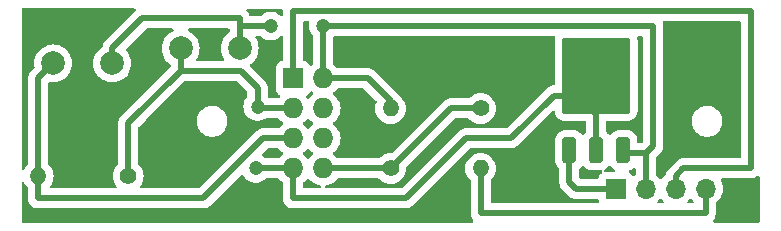
<source format=gbr>
G04 #@! TF.GenerationSoftware,KiCad,Pcbnew,8.0.6*
G04 #@! TF.CreationDate,2025-04-05T15:56:50+02:00*
G04 #@! TF.ProjectId,esp8266_adapter,65737038-3236-4365-9f61-646170746572,rev?*
G04 #@! TF.SameCoordinates,PX7df6180PY4509570*
G04 #@! TF.FileFunction,Copper,L2,Bot*
G04 #@! TF.FilePolarity,Positive*
%FSLAX46Y46*%
G04 Gerber Fmt 4.6, Leading zero omitted, Abs format (unit mm)*
G04 Created by KiCad (PCBNEW 8.0.6) date 2025-04-05 15:56:50*
%MOMM*%
%LPD*%
G01*
G04 APERTURE LIST*
G04 Aperture macros list*
%AMRoundRect*
0 Rectangle with rounded corners*
0 $1 Rounding radius*
0 $2 $3 $4 $5 $6 $7 $8 $9 X,Y pos of 4 corners*
0 Add a 4 corners polygon primitive as box body*
4,1,4,$2,$3,$4,$5,$6,$7,$8,$9,$2,$3,0*
0 Add four circle primitives for the rounded corners*
1,1,$1+$1,$2,$3*
1,1,$1+$1,$4,$5*
1,1,$1+$1,$6,$7*
1,1,$1+$1,$8,$9*
0 Add four rect primitives between the rounded corners*
20,1,$1+$1,$2,$3,$4,$5,0*
20,1,$1+$1,$4,$5,$6,$7,0*
20,1,$1+$1,$6,$7,$8,$9,0*
20,1,$1+$1,$8,$9,$2,$3,0*%
G04 Aperture macros list end*
G04 #@! TA.AperFunction,ComponentPad*
%ADD10C,1.400000*%
G04 #@! TD*
G04 #@! TA.AperFunction,ComponentPad*
%ADD11O,1.400000X1.400000*%
G04 #@! TD*
G04 #@! TA.AperFunction,ComponentPad*
%ADD12R,1.700000X1.700000*%
G04 #@! TD*
G04 #@! TA.AperFunction,ComponentPad*
%ADD13O,1.700000X1.700000*%
G04 #@! TD*
G04 #@! TA.AperFunction,ComponentPad*
%ADD14R,1.727200X1.727200*%
G04 #@! TD*
G04 #@! TA.AperFunction,ComponentPad*
%ADD15O,1.727200X1.727200*%
G04 #@! TD*
G04 #@! TA.AperFunction,ComponentPad*
%ADD16C,2.000000*%
G04 #@! TD*
G04 #@! TA.AperFunction,SMDPad,CuDef*
%ADD17RoundRect,0.250000X0.350000X-0.850000X0.350000X0.850000X-0.350000X0.850000X-0.350000X-0.850000X0*%
G04 #@! TD*
G04 #@! TA.AperFunction,SMDPad,CuDef*
%ADD18RoundRect,0.250000X1.125000X-1.275000X1.125000X1.275000X-1.125000X1.275000X-1.125000X-1.275000X0*%
G04 #@! TD*
G04 #@! TA.AperFunction,SMDPad,CuDef*
%ADD19RoundRect,0.249997X2.650003X-2.950003X2.650003X2.950003X-2.650003X2.950003X-2.650003X-2.950003X0*%
G04 #@! TD*
G04 #@! TA.AperFunction,ViaPad*
%ADD20C,1.200000*%
G04 #@! TD*
G04 #@! TA.AperFunction,Conductor*
%ADD21C,0.500000*%
G04 #@! TD*
G04 APERTURE END LIST*
D10*
G04 #@! TO.P,R2,1*
G04 #@! TO.N,Net-(U1-URXD)*
X-24130000Y-8890000D03*
D11*
G04 #@! TO.P,R2,2*
G04 #@! TO.N,/GND*
X-31750000Y-8890000D03*
G04 #@! TD*
D12*
G04 #@! TO.P,J1,1,Pin_1*
G04 #@! TO.N,/VCC*
X-12700000Y-15700000D03*
D13*
G04 #@! TO.P,J1,2,Pin_2*
G04 #@! TO.N,/GND*
X-10160000Y-15700000D03*
G04 #@! TO.P,J1,3,Pin_3*
G04 #@! TO.N,/RX*
X-7620000Y-15700000D03*
G04 #@! TO.P,J1,4,Pin_4*
G04 #@! TO.N,/TX*
X-5080000Y-15700000D03*
G04 #@! TD*
D10*
G04 #@! TO.P,R3,1*
G04 #@! TO.N,Net-(U1-CH_PD)*
X-53975000Y-14605000D03*
D11*
G04 #@! TO.P,R3,2*
G04 #@! TO.N,Net-(U1-RST)*
X-61595000Y-14605000D03*
G04 #@! TD*
D10*
G04 #@! TO.P,R1,1*
G04 #@! TO.N,Net-(U1-URXD)*
X-31750000Y-13970000D03*
D11*
G04 #@! TO.P,R1,2*
G04 #@! TO.N,/TX*
X-24130000Y-13970000D03*
G04 #@! TD*
D14*
G04 #@! TO.P,U1,1,UTXD*
G04 #@! TO.N,/RX*
X-40005000Y-6350000D03*
D15*
G04 #@! TO.P,U1,2,GND*
G04 #@! TO.N,/GND*
X-37465000Y-6350000D03*
G04 #@! TO.P,U1,3,CH_PD*
G04 #@! TO.N,Net-(U1-CH_PD)*
X-40005000Y-8890000D03*
G04 #@! TO.P,U1,4,GPIO2*
G04 #@! TO.N,unconnected-(U1-GPIO2-Pad4)*
X-37465000Y-8890000D03*
G04 #@! TO.P,U1,5,RST*
G04 #@! TO.N,Net-(U1-RST)*
X-40005000Y-11430000D03*
G04 #@! TO.P,U1,6,GPIO0*
G04 #@! TO.N,unconnected-(U1-GPIO0-Pad6)*
X-37465000Y-11430000D03*
G04 #@! TO.P,U1,7,VCC*
G04 #@! TO.N,Net-(U1-CH_PD)*
X-40005000Y-13970000D03*
G04 #@! TO.P,U1,8,URXD*
G04 #@! TO.N,Net-(U1-URXD)*
X-37465000Y-13970000D03*
G04 #@! TD*
D16*
G04 #@! TO.P,SW1,2,2*
G04 #@! TO.N,/GND*
X-55325000Y-5080000D03*
G04 #@! TO.P,SW1,1,1*
G04 #@! TO.N,Net-(U1-RST)*
X-60325000Y-5080000D03*
G04 #@! TD*
G04 #@! TO.P,C1,1*
G04 #@! TO.N,Net-(U1-CH_PD)*
X-49530000Y-3810000D03*
G04 #@! TO.P,C1,2*
G04 #@! TO.N,/GND*
X-44530000Y-3810000D03*
G04 #@! TD*
D17*
G04 #@! TO.P,U2,1,GND*
G04 #@! TO.N,/GND*
X-12070000Y-12420000D03*
G04 #@! TO.P,U2,2,VO*
G04 #@! TO.N,Net-(U1-CH_PD)*
X-14350000Y-12420000D03*
D18*
X-15875000Y-7795000D03*
X-12825000Y-7795000D03*
D19*
X-14350000Y-6120000D03*
D18*
X-15875000Y-4445000D03*
X-12825000Y-4445000D03*
D17*
G04 #@! TO.P,U2,3,VI*
G04 #@! TO.N,/VCC*
X-16630000Y-12420000D03*
G04 #@! TD*
D20*
G04 #@! TO.N,Net-(U1-CH_PD)*
X-43180000Y-13970000D03*
X-43021250Y-8731250D03*
G04 #@! TO.N,/GND*
X-41910000Y-1905000D03*
X-37465000Y-1905000D03*
G04 #@! TD*
D21*
G04 #@! TO.N,Net-(U1-CH_PD)*
X-43021250Y-8731250D02*
X-43021250Y-7143750D01*
X-43021250Y-7143750D02*
X-44450000Y-5715000D01*
X-44450000Y-5715000D02*
X-49530000Y-5715000D01*
G04 #@! TO.N,/GND*
X-55325000Y-5080000D02*
X-55325000Y-3810000D01*
X-55325000Y-3810000D02*
X-52785000Y-1270000D01*
X-52785000Y-1270000D02*
X-44530000Y-1270000D01*
X-44530000Y-1270000D02*
X-44530000Y-1905000D01*
G04 #@! TO.N,Net-(U1-RST)*
X-61595000Y-14605000D02*
X-61595000Y-6350000D01*
X-61595000Y-6350000D02*
X-60325000Y-5080000D01*
G04 #@! TO.N,Net-(U1-CH_PD)*
X-40005000Y-13970000D02*
X-40005000Y-16510000D01*
X-21590000Y-11430000D02*
X-17955000Y-7795000D01*
X-40005000Y-16510000D02*
X-30480000Y-16510000D01*
X-30480000Y-16510000D02*
X-25400000Y-11430000D01*
X-25400000Y-11430000D02*
X-21590000Y-11430000D01*
X-17955000Y-7795000D02*
X-15875000Y-7795000D01*
X-43180000Y-13970000D02*
X-40005000Y-13970000D01*
G04 #@! TO.N,Net-(U1-URXD)*
X-24130000Y-8890000D02*
X-26670000Y-8890000D01*
X-26670000Y-8890000D02*
X-31750000Y-13970000D01*
G04 #@! TO.N,/GND*
X-41910000Y-1905000D02*
X-44530000Y-1905000D01*
X-44530000Y-1905000D02*
X-44530000Y-3810000D01*
G04 #@! TO.N,Net-(U1-RST)*
X-47625000Y-16510000D02*
X-61595000Y-16510000D01*
X-61595000Y-16510000D02*
X-61595000Y-14605000D01*
X-40005000Y-11430000D02*
X-42545000Y-11430000D01*
X-42545000Y-11430000D02*
X-47625000Y-16510000D01*
G04 #@! TO.N,Net-(U1-CH_PD)*
X-40005000Y-8890000D02*
X-42862500Y-8890000D01*
X-42862500Y-8890000D02*
X-43021250Y-8731250D01*
X-53975000Y-14605000D02*
X-53975000Y-10160000D01*
X-53975000Y-10160000D02*
X-49530000Y-5715000D01*
X-49530000Y-5715000D02*
X-49530000Y-3810000D01*
X-14350000Y-12420000D02*
X-14350000Y-9320000D01*
X-14350000Y-9320000D02*
X-15875000Y-7795000D01*
G04 #@! TO.N,/GND*
X-31750000Y-8255000D02*
X-33655000Y-6350000D01*
X-33655000Y-6350000D02*
X-37465000Y-6350000D01*
G04 #@! TO.N,/RX*
X-7620000Y-15700000D02*
X-7620000Y-14605000D01*
X-6985000Y-13970000D02*
X-1270000Y-13970000D01*
X-40005000Y-635000D02*
X-40005000Y-6350000D01*
X-1270000Y-13970000D02*
X-1270000Y-635000D01*
X-1270000Y-635000D02*
X-40005000Y-635000D01*
X-7620000Y-14605000D02*
X-6985000Y-13970000D01*
G04 #@! TO.N,/GND*
X-37465000Y-6350000D02*
X-37465000Y-1905000D01*
X-37465000Y-1905000D02*
X-9525000Y-1905000D01*
X-9525000Y-12065000D02*
X-10160000Y-12700000D01*
X-9525000Y-1905000D02*
X-9525000Y-12065000D01*
X-10160000Y-15700000D02*
X-10160000Y-12700000D01*
X-10160000Y-12700000D02*
X-11790000Y-12700000D01*
X-11790000Y-12700000D02*
X-12070000Y-12420000D01*
G04 #@! TO.N,/VCC*
X-12700000Y-15700000D02*
X-16050000Y-15700000D01*
X-16630000Y-15120000D02*
X-16630000Y-12420000D01*
X-16050000Y-15700000D02*
X-16630000Y-15120000D01*
G04 #@! TO.N,/TX*
X-24130000Y-17780000D02*
X-5080000Y-17780000D01*
X-24130000Y-13970000D02*
X-24130000Y-17780000D01*
X-5080000Y-17780000D02*
X-5080000Y-15700000D01*
G04 #@! TO.N,Net-(U1-URXD)*
X-37465000Y-13970000D02*
X-31750000Y-13970000D01*
G04 #@! TD*
G04 #@! TA.AperFunction,NonConductor*
G36*
X-40979329Y-444032D02*
G01*
X-40912317Y-463809D01*
X-40866635Y-516676D01*
X-40855500Y-568032D01*
X-40855500Y-960997D01*
X-40875185Y-1028036D01*
X-40927989Y-1073791D01*
X-40997147Y-1083735D01*
X-41060703Y-1054710D01*
X-41063038Y-1052634D01*
X-41183438Y-942876D01*
X-41183440Y-942874D01*
X-41372596Y-825754D01*
X-41372602Y-825752D01*
X-41580060Y-745382D01*
X-41798757Y-704500D01*
X-42021243Y-704500D01*
X-42239940Y-745382D01*
X-42371136Y-796207D01*
X-42447399Y-825752D01*
X-42447405Y-825754D01*
X-42636561Y-942874D01*
X-42636563Y-942876D01*
X-42723508Y-1022137D01*
X-42786312Y-1052754D01*
X-42807046Y-1054500D01*
X-43615834Y-1054500D01*
X-43682873Y-1034815D01*
X-43728628Y-982011D01*
X-43730395Y-977953D01*
X-43776296Y-867139D01*
X-43869374Y-727837D01*
X-43945464Y-651747D01*
X-43978949Y-590424D01*
X-43973965Y-520732D01*
X-43932093Y-464799D01*
X-43866629Y-440382D01*
X-43857619Y-440066D01*
X-40979329Y-444032D01*
G37*
G04 #@! TD.AperFunction*
G04 #@! TA.AperFunction,NonConductor*
G36*
X-45437461Y-2140185D02*
G01*
X-45391706Y-2192989D01*
X-45380500Y-2244500D01*
X-45380500Y-2384632D01*
X-45400185Y-2451671D01*
X-45439708Y-2490358D01*
X-45473653Y-2511159D01*
X-45473662Y-2511166D01*
X-45665224Y-2674776D01*
X-45828839Y-2866343D01*
X-45828840Y-2866346D01*
X-45960467Y-3081140D01*
X-46056874Y-3313889D01*
X-46115683Y-3558848D01*
X-46135449Y-3810000D01*
X-46115683Y-4061151D01*
X-46056874Y-4306110D01*
X-45960467Y-4538859D01*
X-45876604Y-4675710D01*
X-45858359Y-4743156D01*
X-45879475Y-4809758D01*
X-45933247Y-4854372D01*
X-45982331Y-4864500D01*
X-48077669Y-4864500D01*
X-48144708Y-4844815D01*
X-48190463Y-4792011D01*
X-48200407Y-4722853D01*
X-48183396Y-4675710D01*
X-48099534Y-4538859D01*
X-48003127Y-4306110D01*
X-47944317Y-4061148D01*
X-47924551Y-3810000D01*
X-47944317Y-3558852D01*
X-48003127Y-3313889D01*
X-48022202Y-3267838D01*
X-48099534Y-3081140D01*
X-48231161Y-2866346D01*
X-48231162Y-2866343D01*
X-48305457Y-2779355D01*
X-48394776Y-2674776D01*
X-48552940Y-2539691D01*
X-48586344Y-2511161D01*
X-48586347Y-2511160D01*
X-48801142Y-2379533D01*
X-48801145Y-2379531D01*
X-48850566Y-2359061D01*
X-48904970Y-2315220D01*
X-48927035Y-2248926D01*
X-48909756Y-2181227D01*
X-48858619Y-2133616D01*
X-48803114Y-2120500D01*
X-45504500Y-2120500D01*
X-45437461Y-2140185D01*
G37*
G04 #@! TD.AperFunction*
G04 #@! TA.AperFunction,NonConductor*
G36*
X-38690952Y-1505185D02*
G01*
X-38645197Y-1557989D01*
X-38635253Y-1627147D01*
X-38638723Y-1643422D01*
X-38646623Y-1671188D01*
X-38650116Y-1683466D01*
X-38670643Y-1904999D01*
X-38670643Y-1905000D01*
X-38650116Y-2126535D01*
X-38650115Y-2126537D01*
X-38589231Y-2340523D01*
X-38589225Y-2340538D01*
X-38490062Y-2539683D01*
X-38490057Y-2539691D01*
X-38355982Y-2717235D01*
X-38355972Y-2717244D01*
X-38355968Y-2717250D01*
X-38352118Y-2721474D01*
X-38352944Y-2722226D01*
X-38319684Y-2776951D01*
X-38315500Y-2808890D01*
X-38315500Y-5096040D01*
X-38335185Y-5163079D01*
X-38363338Y-5193894D01*
X-38423380Y-5240626D01*
X-38488374Y-5266268D01*
X-38556914Y-5252701D01*
X-38607239Y-5204233D01*
X-38614103Y-5190224D01*
X-38616863Y-5183561D01*
X-38616864Y-5183560D01*
X-38616864Y-5183559D01*
X-38713118Y-5058118D01*
X-38838559Y-4961864D01*
X-38984638Y-4901356D01*
X-39003691Y-4898847D01*
X-39046686Y-4893187D01*
X-39110582Y-4864920D01*
X-39149053Y-4806595D01*
X-39154500Y-4770248D01*
X-39154500Y-1609500D01*
X-39134815Y-1542461D01*
X-39082011Y-1496706D01*
X-39030500Y-1485500D01*
X-38757991Y-1485500D01*
X-38690952Y-1505185D01*
G37*
G04 #@! TD.AperFunction*
G04 #@! TA.AperFunction,NonConductor*
G36*
X-40930847Y-2734945D02*
G01*
X-40876907Y-2779355D01*
X-40855539Y-2845877D01*
X-40855500Y-2849002D01*
X-40855500Y-4770248D01*
X-40875185Y-4837287D01*
X-40927989Y-4883042D01*
X-40963315Y-4893187D01*
X-41025355Y-4901354D01*
X-41025363Y-4901356D01*
X-41171440Y-4961863D01*
X-41296882Y-5058118D01*
X-41393137Y-5183560D01*
X-41453644Y-5329637D01*
X-41453645Y-5329639D01*
X-41469099Y-5447029D01*
X-41469100Y-5447045D01*
X-41469100Y-7252963D01*
X-41453647Y-7370353D01*
X-41453644Y-7370362D01*
X-41395896Y-7509779D01*
X-41393136Y-7516441D01*
X-41296882Y-7641882D01*
X-41171441Y-7738136D01*
X-41164027Y-7741207D01*
X-41109624Y-7785046D01*
X-41087558Y-7851340D01*
X-41104836Y-7919040D01*
X-41120248Y-7939749D01*
X-41164340Y-7987647D01*
X-41167464Y-7991661D01*
X-41224174Y-8032475D01*
X-41265318Y-8039500D01*
X-41977538Y-8039500D01*
X-42044577Y-8019815D01*
X-42076490Y-7990229D01*
X-42130269Y-7919014D01*
X-42130292Y-7918993D01*
X-42130299Y-7918982D01*
X-42134132Y-7914777D01*
X-42133310Y-7914026D01*
X-42166570Y-7859284D01*
X-42170750Y-7827360D01*
X-42170750Y-7059982D01*
X-42170751Y-7059978D01*
X-42203433Y-6895675D01*
X-42203434Y-6895668D01*
X-42231868Y-6827022D01*
X-42250285Y-6782558D01*
X-42267543Y-6740893D01*
X-42267550Y-6740880D01*
X-42360623Y-6601588D01*
X-42360626Y-6601584D01*
X-43640690Y-5321521D01*
X-43674175Y-5260198D01*
X-43669191Y-5190506D01*
X-43627319Y-5134573D01*
X-43617815Y-5128122D01*
X-43586341Y-5108836D01*
X-43394776Y-4945224D01*
X-43231164Y-4753659D01*
X-43099534Y-4538859D01*
X-43003127Y-4306111D01*
X-42944317Y-4061148D01*
X-42924551Y-3810000D01*
X-42944317Y-3558852D01*
X-43003127Y-3313889D01*
X-43022202Y-3267838D01*
X-43099534Y-3081140D01*
X-43183396Y-2944290D01*
X-43201641Y-2876844D01*
X-43180525Y-2810242D01*
X-43126753Y-2765628D01*
X-43077669Y-2755500D01*
X-42807046Y-2755500D01*
X-42740007Y-2775185D01*
X-42723508Y-2787863D01*
X-42636563Y-2867123D01*
X-42636561Y-2867125D01*
X-42447405Y-2984245D01*
X-42447404Y-2984245D01*
X-42447401Y-2984247D01*
X-42239940Y-3064618D01*
X-42021243Y-3105500D01*
X-42021241Y-3105500D01*
X-41798759Y-3105500D01*
X-41798757Y-3105500D01*
X-41580060Y-3064618D01*
X-41372599Y-2984247D01*
X-41183438Y-2867124D01*
X-41063038Y-2757365D01*
X-41000234Y-2726748D01*
X-40930847Y-2734945D01*
G37*
G04 #@! TD.AperFunction*
G04 #@! TA.AperFunction,NonConductor*
G36*
X-38436274Y-7450581D02*
G01*
X-38423385Y-7459368D01*
X-38382290Y-7491354D01*
X-38342728Y-7522147D01*
X-38301915Y-7578858D01*
X-38298242Y-7648631D01*
X-38332873Y-7709314D01*
X-38342728Y-7717853D01*
X-38460005Y-7809133D01*
X-38460010Y-7809138D01*
X-38624340Y-7987647D01*
X-38624341Y-7987649D01*
X-38631193Y-7998137D01*
X-38684340Y-8043492D01*
X-38753571Y-8052914D01*
X-38816907Y-8023411D01*
X-38838807Y-7998137D01*
X-38845659Y-7987649D01*
X-38845663Y-7987645D01*
X-38845666Y-7987640D01*
X-38889752Y-7939750D01*
X-38920674Y-7877096D01*
X-38912814Y-7807670D01*
X-38868666Y-7753514D01*
X-38845976Y-7741208D01*
X-38838559Y-7738136D01*
X-38713118Y-7641882D01*
X-38616864Y-7516441D01*
X-38614103Y-7509775D01*
X-38570267Y-7455374D01*
X-38503975Y-7433305D01*
X-38436274Y-7450581D01*
G37*
G04 #@! TD.AperFunction*
G04 #@! TA.AperFunction,NonConductor*
G36*
X-38653098Y-9756585D02*
G01*
X-38631193Y-9781863D01*
X-38624341Y-9792351D01*
X-38460007Y-9970865D01*
X-38451532Y-9977461D01*
X-38342728Y-10062147D01*
X-38301915Y-10118858D01*
X-38298242Y-10188631D01*
X-38332873Y-10249314D01*
X-38342728Y-10257853D01*
X-38460005Y-10349133D01*
X-38460010Y-10349138D01*
X-38624340Y-10527647D01*
X-38624341Y-10527649D01*
X-38631193Y-10538137D01*
X-38684340Y-10583492D01*
X-38753571Y-10592914D01*
X-38816907Y-10563411D01*
X-38838807Y-10538137D01*
X-38845659Y-10527649D01*
X-39009993Y-10349135D01*
X-39044159Y-10322543D01*
X-39127272Y-10257853D01*
X-39168085Y-10201143D01*
X-39171760Y-10131370D01*
X-39137128Y-10070687D01*
X-39127272Y-10062147D01*
X-39073852Y-10020568D01*
X-39009993Y-9970865D01*
X-38845659Y-9792351D01*
X-38838810Y-9781866D01*
X-38785666Y-9736510D01*
X-38716435Y-9727085D01*
X-38653098Y-9756585D01*
G37*
G04 #@! TD.AperFunction*
G04 #@! TA.AperFunction,NonConductor*
G36*
X-10432461Y-2775185D02*
G01*
X-10386706Y-2827989D01*
X-10375500Y-2879500D01*
X-10375500Y-11661349D01*
X-10395185Y-11728388D01*
X-10411819Y-11749030D01*
X-10475970Y-11813181D01*
X-10537293Y-11846666D01*
X-10563651Y-11849500D01*
X-10745500Y-11849500D01*
X-10812539Y-11829815D01*
X-10858294Y-11777011D01*
X-10869500Y-11725500D01*
X-10869500Y-11496048D01*
X-10869500Y-11496046D01*
X-10872317Y-11454505D01*
X-10878413Y-11429994D01*
X-10914347Y-11285500D01*
X-10916963Y-11274979D01*
X-10999158Y-11109247D01*
X-11049055Y-11047173D01*
X-11115060Y-10965059D01*
X-11244529Y-10860989D01*
X-11259247Y-10849158D01*
X-11259249Y-10849157D01*
X-11259250Y-10849156D01*
X-11424977Y-10766964D01*
X-11424979Y-10766963D01*
X-11604503Y-10722317D01*
X-11604499Y-10722317D01*
X-11635661Y-10720204D01*
X-11646046Y-10719500D01*
X-12493954Y-10719500D01*
X-12505823Y-10720304D01*
X-12535500Y-10722317D01*
X-12715022Y-10766963D01*
X-12715024Y-10766964D01*
X-12880751Y-10849156D01*
X-13024944Y-10965062D01*
X-13113355Y-11075049D01*
X-13170698Y-11114968D01*
X-13240521Y-11117547D01*
X-13300653Y-11081967D01*
X-13306640Y-11075058D01*
X-13395060Y-10965060D01*
X-13410090Y-10952978D01*
X-13453189Y-10918333D01*
X-13493107Y-10860989D01*
X-13499500Y-10821687D01*
X-13499500Y-10044500D01*
X-13479815Y-9977461D01*
X-13427011Y-9931706D01*
X-13375500Y-9920500D01*
X-11626046Y-9920500D01*
X-11626044Y-9920500D01*
X-11584503Y-9917683D01*
X-11404977Y-9873037D01*
X-11239246Y-9790842D01*
X-11095059Y-9674941D01*
X-10979158Y-9530754D01*
X-10896963Y-9365023D01*
X-10852317Y-9185497D01*
X-10849500Y-9143956D01*
X-10849500Y-3096044D01*
X-10852317Y-3054503D01*
X-10888396Y-2909425D01*
X-10885472Y-2839618D01*
X-10845271Y-2782471D01*
X-10780557Y-2756131D01*
X-10768061Y-2755500D01*
X-10499500Y-2755500D01*
X-10432461Y-2775185D01*
G37*
G04 #@! TD.AperFunction*
G04 #@! TA.AperFunction,NonConductor*
G36*
X-41198279Y-12300185D02*
G01*
X-41167464Y-12328339D01*
X-41164346Y-12332346D01*
X-41164341Y-12332351D01*
X-41000007Y-12510865D01*
X-40941090Y-12556722D01*
X-40882728Y-12602147D01*
X-40841915Y-12658858D01*
X-40838242Y-12728631D01*
X-40872873Y-12789314D01*
X-40882728Y-12797853D01*
X-41000005Y-12889133D01*
X-41000010Y-12889138D01*
X-41164346Y-13067653D01*
X-41167464Y-13071661D01*
X-41224174Y-13112475D01*
X-41265318Y-13119500D01*
X-42282954Y-13119500D01*
X-42349993Y-13099815D01*
X-42366492Y-13087137D01*
X-42453437Y-13007877D01*
X-42453438Y-13007876D01*
X-42608542Y-12911840D01*
X-42655177Y-12859812D01*
X-42666281Y-12790830D01*
X-42638328Y-12726796D01*
X-42630959Y-12718746D01*
X-42229030Y-12316819D01*
X-42167707Y-12283334D01*
X-42141349Y-12280500D01*
X-41265318Y-12280500D01*
X-41198279Y-12300185D01*
G37*
G04 #@! TD.AperFunction*
G04 #@! TA.AperFunction,NonConductor*
G36*
X-38653098Y-12296585D02*
G01*
X-38631193Y-12321863D01*
X-38624341Y-12332351D01*
X-38460007Y-12510865D01*
X-38401090Y-12556722D01*
X-38342728Y-12602147D01*
X-38301915Y-12658858D01*
X-38298242Y-12728631D01*
X-38332873Y-12789314D01*
X-38342728Y-12797853D01*
X-38460005Y-12889133D01*
X-38460010Y-12889138D01*
X-38624340Y-13067647D01*
X-38624341Y-13067649D01*
X-38631193Y-13078137D01*
X-38684340Y-13123492D01*
X-38753571Y-13132914D01*
X-38816907Y-13103411D01*
X-38838807Y-13078137D01*
X-38845659Y-13067649D01*
X-39009993Y-12889135D01*
X-39047667Y-12859812D01*
X-39127272Y-12797853D01*
X-39168085Y-12741143D01*
X-39171760Y-12671370D01*
X-39137128Y-12610687D01*
X-39127272Y-12602147D01*
X-39090904Y-12573839D01*
X-39009993Y-12510865D01*
X-38845659Y-12332351D01*
X-38838810Y-12321866D01*
X-38785666Y-12276510D01*
X-38716435Y-12267085D01*
X-38653098Y-12296585D01*
G37*
G04 #@! TD.AperFunction*
G04 #@! TA.AperFunction,NonConductor*
G36*
X-13119349Y-13758029D02*
G01*
X-13113359Y-13764943D01*
X-13112621Y-13765861D01*
X-13024943Y-13874938D01*
X-12886132Y-13986518D01*
X-12880753Y-13990842D01*
X-12833228Y-14014412D01*
X-12781915Y-14061832D01*
X-12764385Y-14129467D01*
X-12786204Y-14195842D01*
X-12840445Y-14239884D01*
X-12888322Y-14249500D01*
X-13531679Y-14249500D01*
X-13598718Y-14229815D01*
X-13644473Y-14177011D01*
X-13654417Y-14107853D01*
X-13625392Y-14044297D01*
X-13586774Y-14014412D01*
X-13539247Y-13990842D01*
X-13395060Y-13874940D01*
X-13395057Y-13874937D01*
X-13307379Y-13765861D01*
X-13306647Y-13764949D01*
X-13249304Y-13725031D01*
X-13179482Y-13722451D01*
X-13119349Y-13758029D01*
G37*
G04 #@! TD.AperFunction*
G04 #@! TA.AperFunction,NonConductor*
G36*
X-11078860Y-13938845D02*
G01*
X-11027781Y-13986518D01*
X-11010500Y-14049661D01*
X-11010500Y-14463274D01*
X-11030185Y-14530313D01*
X-11058338Y-14561128D01*
X-11127526Y-14614979D01*
X-11192520Y-14640621D01*
X-11261060Y-14627054D01*
X-11311385Y-14578586D01*
X-11318249Y-14564577D01*
X-11325463Y-14547161D01*
X-11325464Y-14547160D01*
X-11325464Y-14547159D01*
X-11421718Y-14421718D01*
X-11535088Y-14334726D01*
X-11547164Y-14325460D01*
X-11549940Y-14323858D01*
X-11551815Y-14321892D01*
X-11553608Y-14320516D01*
X-11553394Y-14320236D01*
X-11598156Y-14273291D01*
X-11611379Y-14204684D01*
X-11585411Y-14139819D01*
X-11528496Y-14099291D01*
X-11517879Y-14096140D01*
X-11424979Y-14073037D01*
X-11259247Y-13990842D01*
X-11233320Y-13970001D01*
X-11212188Y-13953015D01*
X-11147604Y-13926355D01*
X-11078860Y-13938845D01*
G37*
G04 #@! TD.AperFunction*
G04 #@! TA.AperFunction,NonConductor*
G36*
X-15399349Y-13758029D02*
G01*
X-15393359Y-13764943D01*
X-15392621Y-13765861D01*
X-15304943Y-13874938D01*
X-15304938Y-13874942D01*
X-15160753Y-13990842D01*
X-14995021Y-14073037D01*
X-14815499Y-14117682D01*
X-14815498Y-14117682D01*
X-14815495Y-14117683D01*
X-14773954Y-14120500D01*
X-14773952Y-14120500D01*
X-13951019Y-14120500D01*
X-13883980Y-14140185D01*
X-13838225Y-14192989D01*
X-13828281Y-14262147D01*
X-13857306Y-14325703D01*
X-13875529Y-14342872D01*
X-13971478Y-14416497D01*
X-13978282Y-14421718D01*
X-14074537Y-14547160D01*
X-14135044Y-14693237D01*
X-14135045Y-14693239D01*
X-14141422Y-14741685D01*
X-14169688Y-14805582D01*
X-14228013Y-14844053D01*
X-14264361Y-14849500D01*
X-15646349Y-14849500D01*
X-15713388Y-14829815D01*
X-15734030Y-14813181D01*
X-15743181Y-14804030D01*
X-15776666Y-14742707D01*
X-15779500Y-14716349D01*
X-15779500Y-14018311D01*
X-15759815Y-13951272D01*
X-15733187Y-13921664D01*
X-15675060Y-13874940D01*
X-15666816Y-13864685D01*
X-15587379Y-13765861D01*
X-15586647Y-13764949D01*
X-15529304Y-13725031D01*
X-15459482Y-13722451D01*
X-15399349Y-13758029D01*
G37*
G04 #@! TD.AperFunction*
G04 #@! TA.AperFunction,NonConductor*
G36*
X-2177461Y-1505185D02*
G01*
X-2131706Y-1557989D01*
X-2120500Y-1609500D01*
X-2120500Y-12995500D01*
X-2140185Y-13062539D01*
X-2192989Y-13108294D01*
X-2244500Y-13119500D01*
X-7068772Y-13119500D01*
X-7233075Y-13152182D01*
X-7233087Y-13152185D01*
X-7278417Y-13170962D01*
X-7387857Y-13216292D01*
X-7387870Y-13216299D01*
X-7527162Y-13309372D01*
X-7527166Y-13309375D01*
X-8280625Y-14062834D01*
X-8280628Y-14062838D01*
X-8373703Y-14202133D01*
X-8373704Y-14202136D01*
X-8399724Y-14264955D01*
X-8399724Y-14264956D01*
X-8437816Y-14356917D01*
X-8437818Y-14356925D01*
X-8462117Y-14479085D01*
X-8494502Y-14540996D01*
X-8507571Y-14552747D01*
X-8605762Y-14629173D01*
X-8768570Y-14806029D01*
X-8768571Y-14806031D01*
X-8786193Y-14833003D01*
X-8839340Y-14878358D01*
X-8908571Y-14887780D01*
X-8971907Y-14858277D01*
X-8993807Y-14833003D01*
X-9001976Y-14820500D01*
X-9011429Y-14806031D01*
X-9174236Y-14629175D01*
X-9229104Y-14586469D01*
X-9261663Y-14561127D01*
X-9302476Y-14504416D01*
X-9309500Y-14463274D01*
X-9309500Y-13103651D01*
X-9289815Y-13036612D01*
X-9273181Y-13015970D01*
X-8864376Y-12607165D01*
X-8864373Y-12607162D01*
X-8771296Y-12467863D01*
X-8707184Y-12313081D01*
X-8704012Y-12297137D01*
X-8700702Y-12280500D01*
X-8684427Y-12198669D01*
X-8674500Y-12148767D01*
X-8674500Y-9882648D01*
X-6255500Y-9882648D01*
X-6255500Y-10087351D01*
X-6223478Y-10289534D01*
X-6160219Y-10484223D01*
X-6113116Y-10576666D01*
X-6085451Y-10630962D01*
X-6067285Y-10666613D01*
X-5946972Y-10832213D01*
X-5802214Y-10976971D01*
X-5667218Y-11075049D01*
X-5636610Y-11097287D01*
X-5520393Y-11156503D01*
X-5454224Y-11190218D01*
X-5454222Y-11190218D01*
X-5454219Y-11190220D01*
X-5349863Y-11224127D01*
X-5259535Y-11253477D01*
X-5158443Y-11269488D01*
X-5057352Y-11285500D01*
X-5057351Y-11285500D01*
X-4852649Y-11285500D01*
X-4852648Y-11285500D01*
X-4650466Y-11253477D01*
X-4455781Y-11190220D01*
X-4273390Y-11097287D01*
X-4180410Y-11029732D01*
X-4107787Y-10976971D01*
X-4107785Y-10976968D01*
X-4107781Y-10976966D01*
X-3963034Y-10832219D01*
X-3963032Y-10832215D01*
X-3963029Y-10832213D01*
X-3889333Y-10730777D01*
X-3842713Y-10666610D01*
X-3749780Y-10484219D01*
X-3686523Y-10289534D01*
X-3654500Y-10087352D01*
X-3654500Y-9882648D01*
X-3671262Y-9776819D01*
X-3686523Y-9680465D01*
X-3731275Y-9542734D01*
X-3749780Y-9485781D01*
X-3749782Y-9485778D01*
X-3749782Y-9485776D01*
X-3811309Y-9365024D01*
X-3842713Y-9303390D01*
X-3850444Y-9292749D01*
X-3963029Y-9137786D01*
X-4107787Y-8993028D01*
X-4273387Y-8872715D01*
X-4273388Y-8872714D01*
X-4273390Y-8872713D01*
X-4330347Y-8843691D01*
X-4455777Y-8779781D01*
X-4650466Y-8716522D01*
X-4825005Y-8688878D01*
X-4852648Y-8684500D01*
X-5057352Y-8684500D01*
X-5081671Y-8688351D01*
X-5259535Y-8716522D01*
X-5454224Y-8779781D01*
X-5636614Y-8872715D01*
X-5802214Y-8993028D01*
X-5946972Y-9137786D01*
X-6067285Y-9303386D01*
X-6160219Y-9485776D01*
X-6223478Y-9680465D01*
X-6255500Y-9882648D01*
X-8674500Y-9882648D01*
X-8674500Y-1821233D01*
X-8707184Y-1656918D01*
X-8707189Y-1656907D01*
X-8708952Y-1651091D01*
X-8707836Y-1650752D01*
X-8714640Y-1587489D01*
X-8683368Y-1525008D01*
X-8623281Y-1489353D01*
X-8592609Y-1485500D01*
X-2244500Y-1485500D01*
X-2177461Y-1505185D01*
G37*
G04 #@! TD.AperFunction*
G04 #@! TA.AperFunction,NonConductor*
G36*
X-17864900Y-2775185D02*
G01*
X-17819145Y-2827989D01*
X-17809201Y-2897147D01*
X-17811604Y-2909426D01*
X-17847683Y-3054498D01*
X-17850500Y-3096046D01*
X-17850500Y-6820500D01*
X-17870185Y-6887539D01*
X-17922989Y-6933294D01*
X-17974500Y-6944500D01*
X-18038772Y-6944500D01*
X-18203075Y-6977182D01*
X-18203083Y-6977184D01*
X-18357865Y-7041297D01*
X-18357871Y-7041301D01*
X-18497162Y-7134373D01*
X-18497166Y-7134376D01*
X-21905970Y-10543181D01*
X-21967293Y-10576666D01*
X-21993651Y-10579500D01*
X-25483772Y-10579500D01*
X-25648075Y-10612182D01*
X-25648087Y-10612185D01*
X-25693417Y-10630962D01*
X-25802857Y-10676292D01*
X-25802870Y-10676299D01*
X-25942162Y-10769372D01*
X-25942166Y-10769375D01*
X-30795970Y-15623181D01*
X-30857293Y-15656666D01*
X-30883651Y-15659500D01*
X-37197971Y-15659500D01*
X-37265010Y-15639815D01*
X-37310765Y-15587011D01*
X-37320709Y-15517853D01*
X-37291684Y-15454297D01*
X-37232906Y-15416523D01*
X-37218381Y-15413191D01*
X-37104353Y-15394163D01*
X-36874862Y-15315379D01*
X-36661469Y-15199896D01*
X-36469993Y-15050865D01*
X-36305659Y-14872351D01*
X-36305658Y-14872348D01*
X-36305655Y-14872346D01*
X-36302536Y-14868339D01*
X-36245826Y-14827525D01*
X-36204682Y-14820500D01*
X-32790048Y-14820500D01*
X-32723009Y-14840185D01*
X-32702372Y-14856814D01*
X-32589139Y-14970047D01*
X-32402734Y-15100568D01*
X-32196496Y-15196739D01*
X-32196491Y-15196740D01*
X-32196489Y-15196741D01*
X-32170267Y-15203767D01*
X-31976692Y-15255635D01*
X-31814770Y-15269801D01*
X-31750002Y-15275468D01*
X-31750000Y-15275468D01*
X-31749998Y-15275468D01*
X-31693327Y-15270509D01*
X-31523308Y-15255635D01*
X-31303504Y-15196739D01*
X-31097266Y-15100568D01*
X-30910861Y-14970047D01*
X-30749953Y-14809139D01*
X-30619432Y-14622734D01*
X-30523261Y-14416496D01*
X-30464365Y-14196692D01*
X-30444532Y-13970000D01*
X-30447754Y-13933181D01*
X-30433989Y-13864685D01*
X-30411910Y-13834697D01*
X-26354030Y-9776819D01*
X-26292707Y-9743334D01*
X-26266349Y-9740500D01*
X-25170048Y-9740500D01*
X-25103009Y-9760185D01*
X-25082372Y-9776814D01*
X-24997025Y-9862161D01*
X-24969138Y-9890048D01*
X-24897534Y-9940185D01*
X-24782734Y-10020568D01*
X-24576496Y-10116739D01*
X-24356692Y-10175635D01*
X-24208147Y-10188631D01*
X-24130002Y-10195468D01*
X-24130000Y-10195468D01*
X-24129998Y-10195468D01*
X-24073327Y-10190509D01*
X-23903308Y-10175635D01*
X-23683504Y-10116739D01*
X-23477266Y-10020568D01*
X-23290861Y-9890047D01*
X-23129953Y-9729139D01*
X-22999432Y-9542734D01*
X-22903261Y-9336496D01*
X-22844365Y-9116692D01*
X-22824532Y-8890000D01*
X-22824533Y-8889994D01*
X-22838421Y-8731249D01*
X-22844365Y-8663308D01*
X-22903261Y-8443504D01*
X-22999432Y-8237266D01*
X-23129953Y-8050861D01*
X-23129955Y-8050858D01*
X-23290859Y-7889954D01*
X-23477266Y-7759432D01*
X-23477268Y-7759431D01*
X-23683503Y-7663261D01*
X-23683512Y-7663258D01*
X-23903303Y-7604366D01*
X-23903307Y-7604365D01*
X-23903308Y-7604365D01*
X-23903309Y-7604364D01*
X-23903314Y-7604364D01*
X-24129998Y-7584532D01*
X-24130002Y-7584532D01*
X-24356687Y-7604364D01*
X-24356698Y-7604366D01*
X-24576489Y-7663258D01*
X-24576498Y-7663261D01*
X-24782733Y-7759431D01*
X-24782735Y-7759432D01*
X-24969138Y-7889951D01*
X-24998116Y-7918930D01*
X-25082369Y-8003182D01*
X-25143689Y-8036666D01*
X-25170048Y-8039500D01*
X-26753772Y-8039500D01*
X-26918075Y-8072182D01*
X-26918087Y-8072185D01*
X-26963417Y-8090962D01*
X-27072857Y-8136292D01*
X-27072870Y-8136299D01*
X-27212162Y-8229372D01*
X-27212166Y-8229375D01*
X-31614696Y-12631905D01*
X-31676019Y-12665390D01*
X-31713182Y-12667752D01*
X-31749996Y-12664532D01*
X-31750002Y-12664532D01*
X-31976687Y-12684364D01*
X-31976698Y-12684366D01*
X-32196489Y-12743258D01*
X-32196498Y-12743261D01*
X-32402733Y-12839431D01*
X-32402735Y-12839432D01*
X-32589138Y-12969951D01*
X-32627062Y-13007876D01*
X-32702369Y-13083182D01*
X-32763689Y-13116666D01*
X-32790048Y-13119500D01*
X-36204682Y-13119500D01*
X-36271721Y-13099815D01*
X-36302536Y-13071661D01*
X-36305655Y-13067653D01*
X-36468504Y-12890753D01*
X-36469993Y-12889135D01*
X-36507667Y-12859812D01*
X-36587272Y-12797853D01*
X-36628085Y-12741143D01*
X-36631760Y-12671370D01*
X-36597128Y-12610687D01*
X-36587272Y-12602147D01*
X-36550904Y-12573839D01*
X-36469993Y-12510865D01*
X-36305659Y-12332351D01*
X-36172949Y-12129223D01*
X-36075483Y-11907022D01*
X-36015919Y-11671809D01*
X-36001355Y-11496046D01*
X-35995882Y-11430005D01*
X-35995882Y-11429994D01*
X-36015919Y-11188194D01*
X-36015919Y-11188191D01*
X-36075483Y-10952978D01*
X-36172949Y-10730777D01*
X-36250429Y-10612185D01*
X-36305657Y-10527651D01*
X-36353234Y-10475969D01*
X-36469993Y-10349135D01*
X-36504159Y-10322543D01*
X-36587272Y-10257853D01*
X-36628085Y-10201143D01*
X-36631760Y-10131370D01*
X-36597128Y-10070687D01*
X-36587272Y-10062147D01*
X-36533852Y-10020568D01*
X-36469993Y-9970865D01*
X-36305659Y-9792351D01*
X-36172949Y-9589223D01*
X-36075483Y-9367022D01*
X-36015919Y-9131809D01*
X-36004419Y-8993028D01*
X-35995882Y-8890005D01*
X-35995882Y-8889994D01*
X-36014666Y-8663313D01*
X-36015919Y-8648191D01*
X-36075483Y-8412978D01*
X-36172949Y-8190777D01*
X-36250429Y-8072185D01*
X-36305657Y-7987651D01*
X-36368859Y-7918996D01*
X-36469993Y-7809135D01*
X-36504159Y-7782543D01*
X-36587272Y-7717853D01*
X-36628085Y-7661143D01*
X-36631760Y-7591370D01*
X-36597128Y-7530687D01*
X-36587272Y-7522147D01*
X-36550904Y-7493839D01*
X-36469993Y-7430865D01*
X-36305659Y-7252351D01*
X-36305658Y-7252348D01*
X-36305655Y-7252346D01*
X-36302536Y-7248339D01*
X-36245826Y-7207525D01*
X-36204682Y-7200500D01*
X-34058651Y-7200500D01*
X-33991612Y-7220185D01*
X-33970970Y-7236819D01*
X-32970571Y-8237218D01*
X-32937086Y-8298541D01*
X-32942070Y-8368233D01*
X-32945869Y-8377303D01*
X-32976740Y-8443506D01*
X-32976742Y-8443511D01*
X-33035634Y-8663302D01*
X-33035636Y-8663313D01*
X-33055468Y-8889998D01*
X-33055468Y-8890001D01*
X-33035636Y-9116686D01*
X-33035634Y-9116697D01*
X-32976742Y-9336488D01*
X-32976739Y-9336497D01*
X-32880569Y-9542732D01*
X-32880568Y-9542734D01*
X-32750046Y-9729141D01*
X-32589142Y-9890045D01*
X-32557911Y-9911913D01*
X-32402734Y-10020568D01*
X-32196496Y-10116739D01*
X-31976692Y-10175635D01*
X-31828147Y-10188631D01*
X-31750002Y-10195468D01*
X-31750000Y-10195468D01*
X-31749998Y-10195468D01*
X-31693327Y-10190509D01*
X-31523308Y-10175635D01*
X-31303504Y-10116739D01*
X-31097266Y-10020568D01*
X-30910861Y-9890047D01*
X-30749953Y-9729139D01*
X-30619432Y-9542734D01*
X-30523261Y-9336496D01*
X-30464365Y-9116692D01*
X-30444532Y-8890000D01*
X-30444533Y-8889994D01*
X-30458421Y-8731249D01*
X-30464365Y-8663308D01*
X-30523261Y-8443504D01*
X-30619432Y-8237266D01*
X-30749953Y-8050861D01*
X-30749955Y-8050858D01*
X-30910860Y-7889953D01*
X-31004873Y-7824125D01*
X-31036852Y-7791441D01*
X-31089373Y-7712837D01*
X-33112835Y-5689375D01*
X-33112839Y-5689372D01*
X-33252134Y-5596297D01*
X-33252137Y-5596296D01*
X-33361584Y-5550962D01*
X-33361586Y-5550961D01*
X-33406914Y-5532185D01*
X-33406926Y-5532182D01*
X-33571229Y-5499500D01*
X-33571233Y-5499500D01*
X-36204682Y-5499500D01*
X-36271721Y-5479815D01*
X-36302536Y-5451661D01*
X-36305655Y-5447653D01*
X-36350417Y-5399029D01*
X-36469993Y-5269135D01*
X-36513378Y-5235367D01*
X-36566663Y-5193893D01*
X-36607476Y-5137182D01*
X-36614500Y-5096040D01*
X-36614500Y-2879500D01*
X-36594815Y-2812461D01*
X-36542011Y-2766706D01*
X-36490500Y-2755500D01*
X-17931939Y-2755500D01*
X-17864900Y-2775185D01*
G37*
G04 #@! TD.AperFunction*
G04 #@! TA.AperFunction,NonConductor*
G36*
X-38653098Y-14836585D02*
G01*
X-38631193Y-14861863D01*
X-38624341Y-14872351D01*
X-38460007Y-15050865D01*
X-38323748Y-15156919D01*
X-38272588Y-15196739D01*
X-38268531Y-15199896D01*
X-38055138Y-15315379D01*
X-37940393Y-15354771D01*
X-37825651Y-15394162D01*
X-37825649Y-15394162D01*
X-37825647Y-15394163D01*
X-37711619Y-15413191D01*
X-37648734Y-15443642D01*
X-37612294Y-15503256D01*
X-37613870Y-15573108D01*
X-37652960Y-15631020D01*
X-37717154Y-15658605D01*
X-37732029Y-15659500D01*
X-39030500Y-15659500D01*
X-39097539Y-15639815D01*
X-39143294Y-15587011D01*
X-39154500Y-15535500D01*
X-39154500Y-15223958D01*
X-39134815Y-15156919D01*
X-39106664Y-15126106D01*
X-39009993Y-15050865D01*
X-38845659Y-14872351D01*
X-38838810Y-14861866D01*
X-38785666Y-14816510D01*
X-38716435Y-14807085D01*
X-38653098Y-14836585D01*
G37*
G04 #@! TD.AperFunction*
G04 #@! TA.AperFunction,NonConductor*
G36*
X-44786612Y-6585185D02*
G01*
X-44765970Y-6601819D01*
X-43908069Y-7459720D01*
X-43874584Y-7521043D01*
X-43871750Y-7547401D01*
X-43871750Y-7827359D01*
X-43891435Y-7894398D01*
X-43908527Y-7914633D01*
X-43908369Y-7914777D01*
X-43912156Y-7918930D01*
X-43912209Y-7918994D01*
X-43912232Y-7919014D01*
X-44046307Y-8096558D01*
X-44046312Y-8096566D01*
X-44145475Y-8295711D01*
X-44145481Y-8295726D01*
X-44206365Y-8509712D01*
X-44206366Y-8509714D01*
X-44226893Y-8731249D01*
X-44226893Y-8731250D01*
X-44206366Y-8952785D01*
X-44206365Y-8952787D01*
X-44145481Y-9166773D01*
X-44145475Y-9166788D01*
X-44046312Y-9365933D01*
X-44046307Y-9365941D01*
X-43912230Y-9543488D01*
X-43747813Y-9693373D01*
X-43747811Y-9693375D01*
X-43558655Y-9810495D01*
X-43558654Y-9810495D01*
X-43558651Y-9810497D01*
X-43351190Y-9890868D01*
X-43132493Y-9931750D01*
X-43132491Y-9931750D01*
X-42910009Y-9931750D01*
X-42910007Y-9931750D01*
X-42691310Y-9890868D01*
X-42483849Y-9810497D01*
X-42400795Y-9759072D01*
X-42335519Y-9740500D01*
X-41265318Y-9740500D01*
X-41198279Y-9760185D01*
X-41167464Y-9788339D01*
X-41164346Y-9792346D01*
X-41103881Y-9858028D01*
X-41000007Y-9970865D01*
X-40991532Y-9977461D01*
X-40882728Y-10062147D01*
X-40841915Y-10118858D01*
X-40838242Y-10188631D01*
X-40872873Y-10249314D01*
X-40882728Y-10257853D01*
X-41000005Y-10349133D01*
X-41000010Y-10349138D01*
X-41164346Y-10527653D01*
X-41167464Y-10531661D01*
X-41224174Y-10572475D01*
X-41265318Y-10579500D01*
X-42628772Y-10579500D01*
X-42793075Y-10612182D01*
X-42793087Y-10612185D01*
X-42838417Y-10630962D01*
X-42947857Y-10676292D01*
X-42947870Y-10676299D01*
X-43087162Y-10769372D01*
X-43087166Y-10769375D01*
X-47940970Y-15623181D01*
X-48002293Y-15656666D01*
X-48028651Y-15659500D01*
X-52890951Y-15659500D01*
X-52957990Y-15639815D01*
X-53003745Y-15587011D01*
X-53013689Y-15517853D01*
X-52984664Y-15454297D01*
X-52978632Y-15447819D01*
X-52974955Y-15444141D01*
X-52974953Y-15444139D01*
X-52844432Y-15257734D01*
X-52748261Y-15051496D01*
X-52689365Y-14831692D01*
X-52671461Y-14627054D01*
X-52669532Y-14605001D01*
X-52669532Y-14604998D01*
X-52680548Y-14479085D01*
X-52689365Y-14378308D01*
X-52748261Y-14158504D01*
X-52844432Y-13952266D01*
X-52974953Y-13765861D01*
X-52974955Y-13765858D01*
X-53088181Y-13652632D01*
X-53121666Y-13591309D01*
X-53124500Y-13564951D01*
X-53124500Y-10563650D01*
X-53104815Y-10496611D01*
X-53088181Y-10475969D01*
X-52494860Y-9882648D01*
X-48165500Y-9882648D01*
X-48165500Y-10087351D01*
X-48133478Y-10289534D01*
X-48070219Y-10484223D01*
X-48023116Y-10576666D01*
X-47995451Y-10630962D01*
X-47977285Y-10666613D01*
X-47856972Y-10832213D01*
X-47712214Y-10976971D01*
X-47577218Y-11075049D01*
X-47546610Y-11097287D01*
X-47430393Y-11156503D01*
X-47364224Y-11190218D01*
X-47364222Y-11190218D01*
X-47364219Y-11190220D01*
X-47259863Y-11224127D01*
X-47169535Y-11253477D01*
X-47068443Y-11269488D01*
X-46967352Y-11285500D01*
X-46967351Y-11285500D01*
X-46762649Y-11285500D01*
X-46762648Y-11285500D01*
X-46560466Y-11253477D01*
X-46365781Y-11190220D01*
X-46183390Y-11097287D01*
X-46090410Y-11029732D01*
X-46017787Y-10976971D01*
X-46017785Y-10976968D01*
X-46017781Y-10976966D01*
X-45873034Y-10832219D01*
X-45873032Y-10832215D01*
X-45873029Y-10832213D01*
X-45799333Y-10730777D01*
X-45752713Y-10666610D01*
X-45659780Y-10484219D01*
X-45596523Y-10289534D01*
X-45564500Y-10087352D01*
X-45564500Y-9882648D01*
X-45581262Y-9776819D01*
X-45596523Y-9680465D01*
X-45641275Y-9542734D01*
X-45659780Y-9485781D01*
X-45659782Y-9485778D01*
X-45659782Y-9485776D01*
X-45721309Y-9365024D01*
X-45752713Y-9303390D01*
X-45760444Y-9292749D01*
X-45873029Y-9137786D01*
X-46017787Y-8993028D01*
X-46183387Y-8872715D01*
X-46183388Y-8872714D01*
X-46183390Y-8872713D01*
X-46240347Y-8843691D01*
X-46365777Y-8779781D01*
X-46560466Y-8716522D01*
X-46735005Y-8688878D01*
X-46762648Y-8684500D01*
X-46967352Y-8684500D01*
X-46991671Y-8688351D01*
X-47169535Y-8716522D01*
X-47364224Y-8779781D01*
X-47546614Y-8872715D01*
X-47712214Y-8993028D01*
X-47856972Y-9137786D01*
X-47977285Y-9303386D01*
X-48070219Y-9485776D01*
X-48133478Y-9680465D01*
X-48165500Y-9882648D01*
X-52494860Y-9882648D01*
X-49214031Y-6601819D01*
X-49152708Y-6568334D01*
X-49126350Y-6565500D01*
X-44853651Y-6565500D01*
X-44786612Y-6585185D01*
G37*
G04 #@! TD.AperFunction*
G04 #@! TA.AperFunction,NonConductor*
G36*
X-53443835Y-426856D02*
G01*
X-53376825Y-446633D01*
X-53331143Y-499500D01*
X-53321295Y-568672D01*
X-53350407Y-632188D01*
X-53356327Y-638537D01*
X-55985625Y-3267834D01*
X-55985628Y-3267838D01*
X-56078701Y-3407130D01*
X-56078708Y-3407143D01*
X-56124038Y-3516583D01*
X-56142815Y-3561913D01*
X-56142818Y-3561923D01*
X-56164431Y-3670580D01*
X-56196816Y-3732491D01*
X-56221255Y-3752114D01*
X-56268663Y-3781166D01*
X-56460224Y-3944776D01*
X-56623839Y-4136343D01*
X-56623840Y-4136346D01*
X-56755467Y-4351140D01*
X-56851874Y-4583889D01*
X-56910683Y-4828848D01*
X-56930449Y-5080000D01*
X-56910683Y-5331151D01*
X-56851874Y-5576110D01*
X-56755467Y-5808859D01*
X-56623840Y-6023653D01*
X-56623839Y-6023656D01*
X-56623837Y-6023658D01*
X-56623836Y-6023659D01*
X-56460224Y-6215224D01*
X-56311934Y-6341875D01*
X-56268657Y-6378838D01*
X-56268654Y-6378839D01*
X-56053860Y-6510466D01*
X-55821111Y-6606873D01*
X-55576148Y-6665683D01*
X-55325000Y-6685449D01*
X-55073852Y-6665683D01*
X-54828889Y-6606873D01*
X-54596141Y-6510466D01*
X-54381341Y-6378836D01*
X-54189776Y-6215224D01*
X-54026164Y-6023659D01*
X-53894534Y-5808859D01*
X-53798127Y-5576111D01*
X-53739317Y-5331148D01*
X-53719551Y-5080000D01*
X-53739317Y-4828852D01*
X-53798127Y-4583889D01*
X-53894534Y-4351141D01*
X-53894534Y-4351140D01*
X-54026161Y-4136346D01*
X-54026162Y-4136343D01*
X-54146295Y-3995686D01*
X-54174866Y-3931924D01*
X-54164429Y-3862838D01*
X-54139689Y-3827476D01*
X-52469031Y-2156819D01*
X-52407708Y-2123334D01*
X-52381350Y-2120500D01*
X-50256886Y-2120500D01*
X-50189847Y-2140185D01*
X-50144092Y-2192989D01*
X-50134148Y-2262147D01*
X-50163173Y-2325703D01*
X-50209434Y-2359061D01*
X-50258856Y-2379531D01*
X-50258859Y-2379533D01*
X-50473654Y-2511160D01*
X-50473657Y-2511161D01*
X-50665224Y-2674776D01*
X-50828839Y-2866343D01*
X-50828840Y-2866346D01*
X-50960467Y-3081140D01*
X-51056874Y-3313889D01*
X-51115683Y-3558848D01*
X-51135449Y-3810000D01*
X-51115683Y-4061151D01*
X-51056874Y-4306110D01*
X-50960467Y-4538859D01*
X-50828840Y-4753653D01*
X-50828839Y-4753656D01*
X-50828836Y-4753659D01*
X-50665224Y-4945224D01*
X-50473659Y-5108836D01*
X-50439711Y-5129639D01*
X-50392835Y-5181450D01*
X-50380500Y-5235367D01*
X-50380500Y-5311348D01*
X-50400185Y-5378387D01*
X-50416819Y-5399029D01*
X-54635625Y-9617834D01*
X-54635628Y-9617838D01*
X-54728703Y-9757133D01*
X-54772206Y-9862161D01*
X-54792815Y-9911913D01*
X-54792818Y-9911925D01*
X-54825500Y-10076228D01*
X-54825500Y-13564951D01*
X-54845185Y-13631990D01*
X-54861819Y-13652632D01*
X-54975046Y-13765858D01*
X-55105568Y-13952265D01*
X-55105569Y-13952267D01*
X-55201739Y-14158502D01*
X-55201742Y-14158511D01*
X-55260634Y-14378302D01*
X-55260636Y-14378313D01*
X-55280468Y-14604998D01*
X-55280468Y-14605001D01*
X-55260636Y-14831686D01*
X-55260634Y-14831697D01*
X-55201742Y-15051488D01*
X-55201739Y-15051497D01*
X-55105569Y-15257732D01*
X-55105568Y-15257734D01*
X-54975046Y-15444141D01*
X-54971368Y-15447819D01*
X-54937883Y-15509142D01*
X-54942867Y-15578834D01*
X-54984739Y-15634767D01*
X-55050203Y-15659184D01*
X-55059049Y-15659500D01*
X-60510951Y-15659500D01*
X-60577990Y-15639815D01*
X-60623745Y-15587011D01*
X-60633689Y-15517853D01*
X-60604664Y-15454297D01*
X-60598632Y-15447819D01*
X-60594955Y-15444141D01*
X-60594953Y-15444139D01*
X-60464432Y-15257734D01*
X-60368261Y-15051496D01*
X-60309365Y-14831692D01*
X-60291461Y-14627054D01*
X-60289532Y-14605001D01*
X-60289532Y-14604998D01*
X-60300548Y-14479085D01*
X-60309365Y-14378308D01*
X-60368261Y-14158504D01*
X-60464432Y-13952266D01*
X-60594953Y-13765861D01*
X-60594955Y-13765858D01*
X-60708181Y-13652632D01*
X-60741666Y-13591309D01*
X-60744500Y-13564951D01*
X-60744500Y-6782558D01*
X-60724815Y-6715519D01*
X-60672011Y-6669764D01*
X-60602853Y-6659820D01*
X-60591553Y-6661984D01*
X-60576148Y-6665683D01*
X-60325000Y-6685449D01*
X-60073852Y-6665683D01*
X-59828889Y-6606873D01*
X-59596141Y-6510466D01*
X-59381341Y-6378836D01*
X-59189776Y-6215224D01*
X-59026164Y-6023659D01*
X-58894534Y-5808859D01*
X-58798127Y-5576111D01*
X-58739317Y-5331148D01*
X-58719551Y-5080000D01*
X-58739317Y-4828852D01*
X-58798127Y-4583889D01*
X-58894534Y-4351141D01*
X-58894534Y-4351140D01*
X-59026161Y-4136346D01*
X-59026162Y-4136343D01*
X-59063125Y-4093066D01*
X-59189776Y-3944776D01*
X-59347578Y-3810000D01*
X-59381344Y-3781161D01*
X-59381347Y-3781160D01*
X-59596141Y-3649533D01*
X-59828890Y-3553126D01*
X-60073849Y-3494317D01*
X-60325000Y-3474551D01*
X-60576152Y-3494317D01*
X-60821111Y-3553126D01*
X-61053860Y-3649533D01*
X-61268654Y-3781160D01*
X-61268657Y-3781161D01*
X-61460224Y-3944776D01*
X-61623839Y-4136343D01*
X-61623840Y-4136346D01*
X-61755467Y-4351140D01*
X-61851874Y-4583889D01*
X-61910683Y-4828848D01*
X-61930449Y-5080000D01*
X-61910684Y-5331140D01*
X-61910684Y-5331144D01*
X-61901388Y-5369866D01*
X-61904881Y-5439648D01*
X-61934282Y-5486491D01*
X-62255625Y-5807834D01*
X-62255628Y-5807838D01*
X-62348703Y-5947133D01*
X-62348704Y-5947136D01*
X-62380400Y-6023658D01*
X-62380400Y-6023659D01*
X-62412816Y-6101917D01*
X-62412818Y-6101925D01*
X-62445500Y-6266228D01*
X-62445500Y-13564951D01*
X-62465185Y-13631990D01*
X-62481819Y-13652632D01*
X-62595046Y-13765858D01*
X-62725568Y-13952265D01*
X-62725569Y-13952267D01*
X-62763118Y-14032792D01*
X-62809291Y-14085231D01*
X-62876484Y-14104383D01*
X-62943365Y-14084167D01*
X-62988700Y-14031002D01*
X-62999500Y-13980387D01*
X-62999500Y-537861D01*
X-62979815Y-470822D01*
X-62927011Y-425067D01*
X-62875330Y-413861D01*
X-53443835Y-426856D01*
G37*
G04 #@! TD.AperFunction*
G04 #@! TA.AperFunction,NonConductor*
G36*
X-6268096Y-16541718D02*
G01*
X-6246196Y-16566992D01*
X-6231582Y-16589360D01*
X-6228570Y-16593970D01*
X-6111155Y-16721517D01*
X-6080233Y-16784172D01*
X-6088093Y-16853598D01*
X-6132240Y-16907753D01*
X-6198658Y-16929444D01*
X-6202385Y-16929500D01*
X-6497615Y-16929500D01*
X-6564654Y-16909815D01*
X-6610409Y-16857011D01*
X-6620353Y-16787853D01*
X-6591328Y-16724297D01*
X-6588845Y-16721517D01*
X-6575254Y-16706753D01*
X-6471429Y-16593969D01*
X-6453807Y-16566995D01*
X-6400663Y-16521641D01*
X-6331432Y-16512217D01*
X-6268096Y-16541718D01*
G37*
G04 #@! TD.AperFunction*
G04 #@! TA.AperFunction,NonConductor*
G36*
X-8808096Y-16541718D02*
G01*
X-8786196Y-16566992D01*
X-8771582Y-16589360D01*
X-8768570Y-16593970D01*
X-8651155Y-16721517D01*
X-8620233Y-16784172D01*
X-8628093Y-16853598D01*
X-8672240Y-16907753D01*
X-8738658Y-16929444D01*
X-8742385Y-16929500D01*
X-9037615Y-16929500D01*
X-9104654Y-16909815D01*
X-9150409Y-16857011D01*
X-9160353Y-16787853D01*
X-9131328Y-16724297D01*
X-9128845Y-16721517D01*
X-9115254Y-16706753D01*
X-9011429Y-16593969D01*
X-8993807Y-16566995D01*
X-8940663Y-16521641D01*
X-8871432Y-16512217D01*
X-8808096Y-16541718D01*
G37*
G04 #@! TD.AperFunction*
G04 #@! TA.AperFunction,NonConductor*
G36*
X-581166Y-14586469D02*
G01*
X-525233Y-14628341D01*
X-500816Y-14693805D01*
X-500500Y-14702651D01*
X-500500Y-18425500D01*
X-520185Y-18492539D01*
X-572989Y-18538294D01*
X-624500Y-18549500D01*
X-4347349Y-18549500D01*
X-4414388Y-18529815D01*
X-4460143Y-18477011D01*
X-4470087Y-18407853D01*
X-4441062Y-18344297D01*
X-4435030Y-18337819D01*
X-4419377Y-18322165D01*
X-4419374Y-18322162D01*
X-4326297Y-18182863D01*
X-4262184Y-18028082D01*
X-4229500Y-17863767D01*
X-4229500Y-16936724D01*
X-4209815Y-16869685D01*
X-4181666Y-16838874D01*
X-4094236Y-16770825D01*
X-3931429Y-16593969D01*
X-3799951Y-16392728D01*
X-3703390Y-16172591D01*
X-3644380Y-15939563D01*
X-3624529Y-15700000D01*
X-3628120Y-15656666D01*
X-3644380Y-15460440D01*
X-3644380Y-15460437D01*
X-3703390Y-15227409D01*
X-3780552Y-15051497D01*
X-3799948Y-15007278D01*
X-3801982Y-15003520D01*
X-3816578Y-14935192D01*
X-3791917Y-14869819D01*
X-3735827Y-14828157D01*
X-3692928Y-14820500D01*
X-1186232Y-14820500D01*
X-1186231Y-14820499D01*
X-1021918Y-14787816D01*
X-867137Y-14723703D01*
X-727838Y-14630626D01*
X-724266Y-14627054D01*
X-712181Y-14614970D01*
X-650858Y-14581485D01*
X-581166Y-14586469D01*
G37*
G04 #@! TD.AperFunction*
G04 #@! TA.AperFunction,NonConductor*
G36*
X-17928341Y-9073642D02*
G01*
X-17872408Y-9115514D01*
X-17847991Y-9180978D01*
X-17847960Y-9181421D01*
X-17847684Y-9185495D01*
X-17847683Y-9185499D01*
X-17803037Y-9365024D01*
X-17720843Y-9530753D01*
X-17646713Y-9622974D01*
X-17604941Y-9674941D01*
X-17460754Y-9790842D01*
X-17295023Y-9873037D01*
X-17115501Y-9917682D01*
X-17115500Y-9917682D01*
X-17115497Y-9917683D01*
X-17073956Y-9920500D01*
X-17073954Y-9920500D01*
X-15324500Y-9920500D01*
X-15257461Y-9940185D01*
X-15211706Y-9992989D01*
X-15200500Y-10044500D01*
X-15200500Y-10821687D01*
X-15220185Y-10888726D01*
X-15246811Y-10918333D01*
X-15304936Y-10965056D01*
X-15304944Y-10965064D01*
X-15393354Y-11075049D01*
X-15450697Y-11114968D01*
X-15520519Y-11117547D01*
X-15580652Y-11081967D01*
X-15586647Y-11075049D01*
X-15675060Y-10965060D01*
X-15690091Y-10952978D01*
X-15819247Y-10849158D01*
X-15819249Y-10849157D01*
X-15819250Y-10849156D01*
X-15984977Y-10766964D01*
X-15984979Y-10766963D01*
X-16164503Y-10722317D01*
X-16164499Y-10722317D01*
X-16195661Y-10720204D01*
X-16206046Y-10719500D01*
X-17053954Y-10719500D01*
X-17065823Y-10720304D01*
X-17095500Y-10722317D01*
X-17275022Y-10766963D01*
X-17275024Y-10766964D01*
X-17440751Y-10849156D01*
X-17584941Y-10965059D01*
X-17700844Y-11109249D01*
X-17783036Y-11274976D01*
X-17783037Y-11274978D01*
X-17827683Y-11454500D01*
X-17830500Y-11496048D01*
X-17830500Y-13343951D01*
X-17827683Y-13385499D01*
X-17783037Y-13565021D01*
X-17783036Y-13565023D01*
X-17700844Y-13730750D01*
X-17700843Y-13730751D01*
X-17700842Y-13730753D01*
X-17672621Y-13765861D01*
X-17584943Y-13874937D01*
X-17584938Y-13874942D01*
X-17526813Y-13921664D01*
X-17486894Y-13979007D01*
X-17480500Y-14018311D01*
X-17480500Y-15203767D01*
X-17449682Y-15358703D01*
X-17449681Y-15358708D01*
X-17449682Y-15358708D01*
X-17447818Y-15368076D01*
X-17447815Y-15368085D01*
X-17383703Y-15522866D01*
X-17290628Y-15662161D01*
X-17290625Y-15662165D01*
X-16592166Y-16360624D01*
X-16592162Y-16360627D01*
X-16452863Y-16453704D01*
X-16452861Y-16453705D01*
X-16452857Y-16453707D01*
X-16370778Y-16487703D01*
X-16343416Y-16499037D01*
X-16298082Y-16517816D01*
X-16177917Y-16541718D01*
X-16133772Y-16550499D01*
X-16133768Y-16550500D01*
X-16133767Y-16550500D01*
X-15966233Y-16550500D01*
X-14264361Y-16550500D01*
X-14197322Y-16570185D01*
X-14151567Y-16622989D01*
X-14141422Y-16658317D01*
X-14135047Y-16706753D01*
X-14135043Y-16706765D01*
X-14113801Y-16758048D01*
X-14106332Y-16827517D01*
X-14137607Y-16889996D01*
X-14197696Y-16925648D01*
X-14228362Y-16929500D01*
X-23155500Y-16929500D01*
X-23222539Y-16909815D01*
X-23268294Y-16857011D01*
X-23279500Y-16805500D01*
X-23279500Y-15010048D01*
X-23259815Y-14943009D01*
X-23243186Y-14922371D01*
X-23129953Y-14809139D01*
X-22999432Y-14622734D01*
X-22903261Y-14416496D01*
X-22844365Y-14196692D01*
X-22827366Y-14002384D01*
X-22824532Y-13970001D01*
X-22824532Y-13969998D01*
X-22842392Y-13765861D01*
X-22844365Y-13743308D01*
X-22903261Y-13523504D01*
X-22999432Y-13317266D01*
X-23129953Y-13130861D01*
X-23129955Y-13130858D01*
X-23290859Y-12969954D01*
X-23477266Y-12839432D01*
X-23477268Y-12839431D01*
X-23683503Y-12743261D01*
X-23683512Y-12743258D01*
X-23903303Y-12684366D01*
X-23903307Y-12684365D01*
X-23903308Y-12684365D01*
X-23903309Y-12684364D01*
X-23903314Y-12684364D01*
X-24129998Y-12664532D01*
X-24130002Y-12664532D01*
X-24356687Y-12684364D01*
X-24356698Y-12684366D01*
X-24576489Y-12743258D01*
X-24576498Y-12743261D01*
X-24782733Y-12839431D01*
X-24782735Y-12839432D01*
X-24969142Y-12969954D01*
X-25130046Y-13130858D01*
X-25260568Y-13317265D01*
X-25260569Y-13317267D01*
X-25356739Y-13523502D01*
X-25356742Y-13523511D01*
X-25415634Y-13743302D01*
X-25415636Y-13743313D01*
X-25435468Y-13969998D01*
X-25435468Y-13970001D01*
X-25415636Y-14196686D01*
X-25415634Y-14196697D01*
X-25356742Y-14416488D01*
X-25356739Y-14416497D01*
X-25260569Y-14622732D01*
X-25260568Y-14622734D01*
X-25130049Y-14809137D01*
X-25130048Y-14809138D01*
X-25130047Y-14809139D01*
X-25016818Y-14922368D01*
X-24983334Y-14983689D01*
X-24980500Y-15010048D01*
X-24980500Y-17863771D01*
X-24947818Y-18028074D01*
X-24947816Y-18028082D01*
X-24883705Y-18182860D01*
X-24790627Y-18322162D01*
X-24774970Y-18337819D01*
X-24741485Y-18399142D01*
X-24746469Y-18468834D01*
X-24788341Y-18524767D01*
X-24853805Y-18549184D01*
X-24862651Y-18549500D01*
X-62875500Y-18549500D01*
X-62942539Y-18529815D01*
X-62988294Y-18477011D01*
X-62999500Y-18425500D01*
X-62999500Y-15229612D01*
X-62979815Y-15162573D01*
X-62927011Y-15116818D01*
X-62857853Y-15106874D01*
X-62794297Y-15135899D01*
X-62763120Y-15177204D01*
X-62729320Y-15249688D01*
X-62725569Y-15257732D01*
X-62725568Y-15257734D01*
X-62595049Y-15444137D01*
X-62595048Y-15444138D01*
X-62595047Y-15444139D01*
X-62481818Y-15557368D01*
X-62448334Y-15618689D01*
X-62445500Y-15645048D01*
X-62445500Y-16593771D01*
X-62412818Y-16758074D01*
X-62412816Y-16758082D01*
X-62348705Y-16912860D01*
X-62255627Y-17052162D01*
X-62137163Y-17170626D01*
X-62044506Y-17232537D01*
X-61997863Y-17263703D01*
X-61997862Y-17263703D01*
X-61997861Y-17263704D01*
X-61962799Y-17278227D01*
X-61843082Y-17327816D01*
X-61678772Y-17360499D01*
X-61678768Y-17360500D01*
X-61678767Y-17360500D01*
X-47541232Y-17360500D01*
X-47541231Y-17360499D01*
X-47486462Y-17349605D01*
X-47376926Y-17327818D01*
X-47376922Y-17327816D01*
X-47376918Y-17327816D01*
X-47331585Y-17309037D01*
X-47222137Y-17263704D01*
X-47082838Y-17170627D01*
X-44430583Y-14518370D01*
X-44369260Y-14484886D01*
X-44299568Y-14489870D01*
X-44243635Y-14531742D01*
X-44231902Y-14550780D01*
X-44205062Y-14604683D01*
X-44205057Y-14604691D01*
X-44070980Y-14782238D01*
X-43906563Y-14932123D01*
X-43906561Y-14932125D01*
X-43717405Y-15049245D01*
X-43717404Y-15049245D01*
X-43717401Y-15049247D01*
X-43509940Y-15129618D01*
X-43291243Y-15170500D01*
X-43291241Y-15170500D01*
X-43068759Y-15170500D01*
X-43068757Y-15170500D01*
X-42850060Y-15129618D01*
X-42642599Y-15049247D01*
X-42453438Y-14932124D01*
X-42404795Y-14887780D01*
X-42366492Y-14852863D01*
X-42303688Y-14822246D01*
X-42282954Y-14820500D01*
X-41265318Y-14820500D01*
X-41198279Y-14840185D01*
X-41167464Y-14868339D01*
X-41164346Y-14872346D01*
X-41000006Y-15050866D01*
X-40999195Y-15051497D01*
X-40903337Y-15126105D01*
X-40862525Y-15182814D01*
X-40855500Y-15223958D01*
X-40855500Y-16593771D01*
X-40822818Y-16758074D01*
X-40822816Y-16758082D01*
X-40758705Y-16912860D01*
X-40665627Y-17052162D01*
X-40547163Y-17170626D01*
X-40454506Y-17232537D01*
X-40407863Y-17263703D01*
X-40407862Y-17263703D01*
X-40407861Y-17263704D01*
X-40372799Y-17278227D01*
X-40253082Y-17327816D01*
X-40088772Y-17360499D01*
X-40088768Y-17360500D01*
X-40088767Y-17360500D01*
X-30396232Y-17360500D01*
X-30396231Y-17360499D01*
X-30341462Y-17349605D01*
X-30231926Y-17327818D01*
X-30231922Y-17327816D01*
X-30231918Y-17327816D01*
X-30186585Y-17309037D01*
X-30077137Y-17263704D01*
X-29937838Y-17170627D01*
X-25084030Y-12316819D01*
X-25022707Y-12283334D01*
X-24996349Y-12280500D01*
X-21506232Y-12280500D01*
X-21506231Y-12280499D01*
X-21451462Y-12269605D01*
X-21341926Y-12247818D01*
X-21341922Y-12247816D01*
X-21341918Y-12247816D01*
X-21296585Y-12229037D01*
X-21187137Y-12183704D01*
X-21047838Y-12090627D01*
X-18059354Y-9102141D01*
X-17998033Y-9068658D01*
X-17928341Y-9073642D01*
G37*
G04 #@! TD.AperFunction*
M02*

</source>
